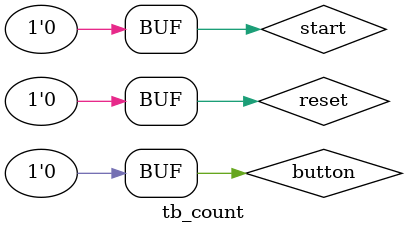
<source format=v>
`timescale 1ns / 1ps


module tb_count(
    
    );
    
    reg reset,start,button;
    wire [2:0]count;

    
    
    counter testing(.reset(reset),.start(start),.button(button),.count(count));
    
    initial
    begin
        reset = 0;
        start = 0;
        button = 0;
        
        #20 start = 1;
        #25 start = 0;
        
        #50 button = 1;
        #55 button = 0;
        
        #150 button = 1;
        #155 button = 0;
        
        #250 button = 1;
        #255 button = 0;
    end
endmodule

</source>
